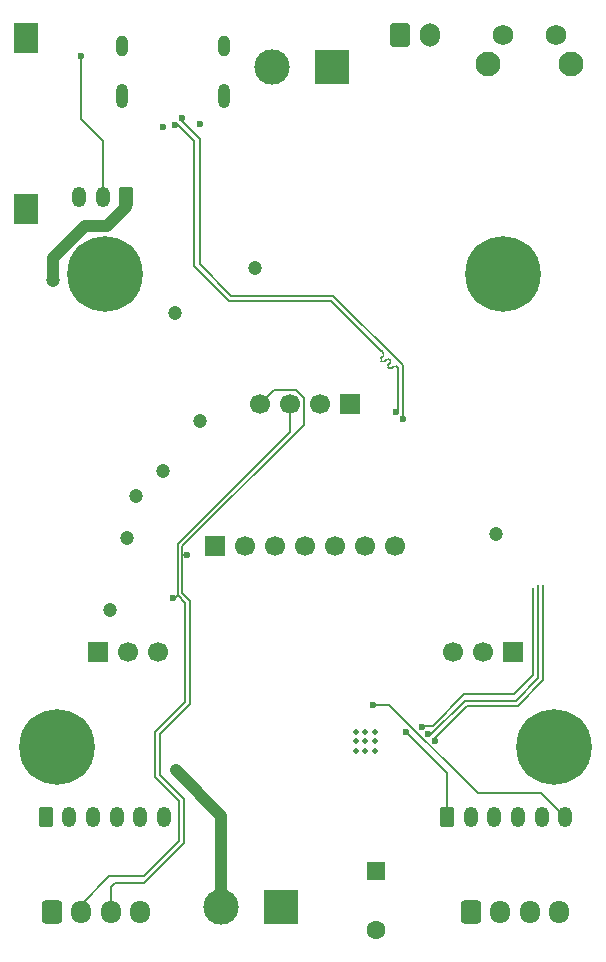
<source format=gbr>
%TF.GenerationSoftware,KiCad,Pcbnew,9.0.4*%
%TF.CreationDate,2025-08-24T10:42:23+02:00*%
%TF.ProjectId,pami_2026,70616d69-5f32-4303-9236-2e6b69636164,rev?*%
%TF.SameCoordinates,Original*%
%TF.FileFunction,Copper,L3,Inr*%
%TF.FilePolarity,Positive*%
%FSLAX46Y46*%
G04 Gerber Fmt 4.6, Leading zero omitted, Abs format (unit mm)*
G04 Created by KiCad (PCBNEW 9.0.4) date 2025-08-24 10:42:23*
%MOMM*%
%LPD*%
G01*
G04 APERTURE LIST*
G04 Aperture macros list*
%AMRoundRect*
0 Rectangle with rounded corners*
0 $1 Rounding radius*
0 $2 $3 $4 $5 $6 $7 $8 $9 X,Y pos of 4 corners*
0 Add a 4 corners polygon primitive as box body*
4,1,4,$2,$3,$4,$5,$6,$7,$8,$9,$2,$3,0*
0 Add four circle primitives for the rounded corners*
1,1,$1+$1,$2,$3*
1,1,$1+$1,$4,$5*
1,1,$1+$1,$6,$7*
1,1,$1+$1,$8,$9*
0 Add four rect primitives between the rounded corners*
20,1,$1+$1,$2,$3,$4,$5,0*
20,1,$1+$1,$4,$5,$6,$7,0*
20,1,$1+$1,$6,$7,$8,$9,0*
20,1,$1+$1,$8,$9,$2,$3,0*%
G04 Aperture macros list end*
%TA.AperFunction,ComponentPad*%
%ADD10O,1.200000X1.750000*%
%TD*%
%TA.AperFunction,ComponentPad*%
%ADD11RoundRect,0.250000X-0.350000X-0.625000X0.350000X-0.625000X0.350000X0.625000X-0.350000X0.625000X0*%
%TD*%
%TA.AperFunction,HeatsinkPad*%
%ADD12O,1.000000X2.100000*%
%TD*%
%TA.AperFunction,HeatsinkPad*%
%ADD13O,1.000000X1.800000*%
%TD*%
%TA.AperFunction,ComponentPad*%
%ADD14C,0.800000*%
%TD*%
%TA.AperFunction,ComponentPad*%
%ADD15C,6.400000*%
%TD*%
%TA.AperFunction,ComponentPad*%
%ADD16RoundRect,0.250000X-0.600000X-0.725000X0.600000X-0.725000X0.600000X0.725000X-0.600000X0.725000X0*%
%TD*%
%TA.AperFunction,ComponentPad*%
%ADD17O,1.700000X1.950000*%
%TD*%
%TA.AperFunction,ComponentPad*%
%ADD18RoundRect,0.250000X0.350000X0.625000X-0.350000X0.625000X-0.350000X-0.625000X0.350000X-0.625000X0*%
%TD*%
%TA.AperFunction,ComponentPad*%
%ADD19R,3.000000X3.000000*%
%TD*%
%TA.AperFunction,ComponentPad*%
%ADD20C,3.000000*%
%TD*%
%TA.AperFunction,ComponentPad*%
%ADD21RoundRect,0.250000X-0.600000X-0.750000X0.600000X-0.750000X0.600000X0.750000X-0.600000X0.750000X0*%
%TD*%
%TA.AperFunction,ComponentPad*%
%ADD22O,1.700000X2.000000*%
%TD*%
%TA.AperFunction,ComponentPad*%
%ADD23C,2.100000*%
%TD*%
%TA.AperFunction,ComponentPad*%
%ADD24C,1.750000*%
%TD*%
%TA.AperFunction,ComponentPad*%
%ADD25R,1.700000X1.700000*%
%TD*%
%TA.AperFunction,ComponentPad*%
%ADD26C,1.700000*%
%TD*%
%TA.AperFunction,ComponentPad*%
%ADD27R,2.000000X2.591000*%
%TD*%
%TA.AperFunction,HeatsinkPad*%
%ADD28C,0.500000*%
%TD*%
%TA.AperFunction,ComponentPad*%
%ADD29RoundRect,0.250000X-0.550000X0.550000X-0.550000X-0.550000X0.550000X-0.550000X0.550000X0.550000X0*%
%TD*%
%TA.AperFunction,ComponentPad*%
%ADD30C,1.600000*%
%TD*%
%TA.AperFunction,ViaPad*%
%ADD31C,0.600000*%
%TD*%
%TA.AperFunction,ViaPad*%
%ADD32C,1.200000*%
%TD*%
%TA.AperFunction,Conductor*%
%ADD33C,0.200000*%
%TD*%
%TA.AperFunction,Conductor*%
%ADD34C,1.000000*%
%TD*%
G04 APERTURE END LIST*
D10*
%TO.N,Net-(J11-Pin_6)*%
%TO.C,J11*%
X201000000Y-94000000D03*
%TO.N,+3.3V*%
X199000000Y-94000000D03*
%TO.N,motor_enc_a-*%
X197000000Y-94000000D03*
%TO.N,motor_enc_a+*%
X195000000Y-94000000D03*
%TO.N,GND*%
X193000000Y-94000000D03*
D11*
%TO.N,Net-(J11-Pin_1)*%
X191000000Y-94000000D03*
%TD*%
D12*
%TO.N,GND*%
%TO.C,J8*%
X206140000Y-32905000D03*
D13*
X206140000Y-28725000D03*
D12*
X197500000Y-32905000D03*
D13*
X197500000Y-28725000D03*
%TD*%
D10*
%TO.N,Net-(J12-Pin_6)*%
%TO.C,J12*%
X235000000Y-94000000D03*
%TO.N,+3.3V*%
X233000000Y-94000000D03*
%TO.N,motor_enc_b-*%
X231000000Y-94000000D03*
%TO.N,motor_enc_b+*%
X229000000Y-94000000D03*
%TO.N,GND*%
X227000000Y-94000000D03*
D11*
%TO.N,Net-(J12-Pin_1)*%
X225000000Y-94000000D03*
%TD*%
D14*
%TO.N,N/C*%
%TO.C,H2*%
X227297056Y-48000000D03*
X228000000Y-46302944D03*
X228000000Y-49697056D03*
X229697056Y-45600000D03*
D15*
X229697056Y-48000000D03*
D14*
X229697056Y-50400000D03*
X231394112Y-46302944D03*
X231394112Y-49697056D03*
X232097056Y-48000000D03*
%TD*%
D16*
%TO.N,+3.3V*%
%TO.C,J9*%
X191500000Y-102000000D03*
D17*
%TO.N,I2C_scl*%
X194000000Y-102000000D03*
%TO.N,I2C_sda*%
X196500000Y-102000000D03*
%TO.N,GND*%
X199000000Y-102000000D03*
%TD*%
D18*
%TO.N,+5V*%
%TO.C,J7*%
X197834000Y-41444000D03*
D10*
%TO.N,Net-(D8-DOUT)*%
X195834000Y-41444000D03*
%TO.N,GND*%
X193834000Y-41444000D03*
%TD*%
D19*
%TO.N,Net-(J4-Pin_1)*%
%TO.C,J4*%
X210947000Y-101600000D03*
D20*
%TO.N,Net-(J4-Pin_2)*%
X205867000Y-101600000D03*
%TD*%
D14*
%TO.N,N/C*%
%TO.C,H4*%
X231600000Y-88000000D03*
X232302944Y-86302944D03*
X232302944Y-89697056D03*
X234000000Y-85600000D03*
D15*
X234000000Y-88000000D03*
D14*
X234000000Y-90400000D03*
X235697056Y-86302944D03*
X235697056Y-89697056D03*
X236400000Y-88000000D03*
%TD*%
D21*
%TO.N,sw_team*%
%TO.C,SW2*%
X221000000Y-27712500D03*
D22*
%TO.N,GND*%
X223500000Y-27712500D03*
%TD*%
D23*
%TO.N,*%
%TO.C,SW1*%
X228475000Y-30202500D03*
X235485000Y-30202500D03*
D24*
%TO.N,GND*%
X229725000Y-27712500D03*
%TO.N,Net-(U2-EN)*%
X234225000Y-27712500D03*
%TD*%
D25*
%TO.N,Net-(J1-Pin_1)*%
%TO.C,J1*%
X216810000Y-59000000D03*
D26*
%TO.N,+3.3V*%
X214270000Y-59000000D03*
%TO.N,I2C_scl*%
X211730000Y-59000000D03*
%TO.N,I2C_sda*%
X209190000Y-59000000D03*
%TD*%
D25*
%TO.N,GND*%
%TO.C,J14*%
X230540000Y-80000000D03*
D26*
%TO.N,+5V*%
X228000000Y-80000000D03*
%TO.N,SERVO2*%
X225460000Y-80000000D03*
%TD*%
D14*
%TO.N,N/C*%
%TO.C,H1*%
X193600000Y-48000000D03*
X194302944Y-46302944D03*
X194302944Y-49697056D03*
X196000000Y-45600000D03*
D15*
X196000000Y-48000000D03*
D14*
X196000000Y-50400000D03*
X197697056Y-46302944D03*
X197697056Y-49697056D03*
X198400000Y-48000000D03*
%TD*%
D25*
%TO.N,tft_rst*%
%TO.C,J10*%
X205380000Y-71000000D03*
D26*
%TO.N,tft_cs*%
X207920000Y-71000000D03*
%TO.N,tft_dc*%
X210460000Y-71000000D03*
%TO.N,tft_scl*%
X213000000Y-71000000D03*
X215540000Y-71000000D03*
%TO.N,Net-(J1-Pin_1)*%
X218080000Y-71000000D03*
%TO.N,+3.3V*%
X220620000Y-71000000D03*
%TD*%
D16*
%TO.N,RX_lidar*%
%TO.C,J3*%
X227000000Y-102000000D03*
D17*
%TO.N,TX_lidar*%
X229500000Y-102000000D03*
%TO.N,+3.3V*%
X232000000Y-102000000D03*
%TO.N,GND*%
X234500000Y-102000000D03*
%TD*%
D27*
%TO.N,GND*%
%TO.C,SW4*%
X189357000Y-28000000D03*
%TO.N,sw_tirette*%
X189357000Y-42503500D03*
%TD*%
D25*
%TO.N,GND*%
%TO.C,J2*%
X195460000Y-80000000D03*
D26*
%TO.N,+5V*%
X198000000Y-80000000D03*
%TO.N,SERVO1*%
X200540000Y-80000000D03*
%TD*%
D14*
%TO.N,N/C*%
%TO.C,H3*%
X189600000Y-88000000D03*
X190302944Y-86302944D03*
X190302944Y-89697056D03*
X192000000Y-85600000D03*
D15*
X192000000Y-88000000D03*
D14*
X192000000Y-90400000D03*
X193697056Y-86302944D03*
X193697056Y-89697056D03*
X194400000Y-88000000D03*
%TD*%
D28*
%TO.N,GND*%
%TO.C,U1*%
X218859000Y-86741000D03*
X218059000Y-86741000D03*
X217259000Y-86741000D03*
X218859000Y-87541000D03*
X218059000Y-87541000D03*
X217259000Y-87541000D03*
X218859000Y-88341000D03*
X218059000Y-88341000D03*
X217259000Y-88341000D03*
%TD*%
D29*
%TO.N,+BATT*%
%TO.C,C18*%
X219000000Y-98500000D03*
D30*
%TO.N,GND*%
X219000000Y-103500000D03*
%TD*%
D19*
%TO.N,Net-(SW3-A)*%
%TO.C,SW3*%
X215265000Y-30500000D03*
D20*
%TO.N,Net-(J4-Pin_1)*%
X210185000Y-30500000D03*
%TD*%
D31*
%TO.N,Net-(J8-CC1)*%
X204089000Y-35306000D03*
%TO.N,Net-(J8-CC2)*%
X200914000Y-35560000D03*
D32*
%TO.N,+BATT*%
X201930000Y-51308000D03*
X208747879Y-47513940D03*
D31*
%TO.N,I2C_sda*%
X202946000Y-71755000D03*
%TO.N,I2C_scl*%
X201803000Y-75438000D03*
D32*
%TO.N,+3.3V*%
X197919000Y-70358000D03*
%TO.N,+BATT*%
X204089000Y-60452000D03*
%TO.N,+5V*%
X200914000Y-64643000D03*
X196469000Y-76454000D03*
%TO.N,+3.3V*%
X229108000Y-69977000D03*
%TO.N,+5V*%
X191643000Y-48514000D03*
D31*
%TO.N,motor_b-*%
X223976642Y-87492112D03*
%TO.N,motor_b+*%
X223410954Y-86926426D03*
%TO.N,motor_fault*%
X222866599Y-86340183D03*
%TO.N,Net-(J12-Pin_6)*%
X218694000Y-84455000D03*
%TO.N,Net-(J12-Pin_1)*%
X221488000Y-86741000D03*
D32*
%TO.N,+BATT*%
X198628000Y-66802000D03*
D31*
%TO.N,usb_d-*%
X202557411Y-34767728D03*
%TO.N,usb_d+*%
X201956369Y-35368770D03*
%TO.N,usb_d-*%
X221280521Y-60244521D03*
%TO.N,usb_d+*%
X220679479Y-59643479D03*
%TO.N,Net-(J4-Pin_2)*%
X202000000Y-90000000D03*
%TO.N,Net-(D8-DOUT)*%
X194000000Y-29500000D03*
%TD*%
D33*
%TO.N,I2C_sda*%
X202585000Y-71755000D02*
X202585000Y-71032100D01*
X202585000Y-71755000D02*
X202946000Y-71755000D01*
%TO.N,I2C_scl*%
X201930000Y-75438000D02*
X201803000Y-75438000D01*
X202184000Y-75184000D02*
X201930000Y-75438000D01*
D34*
%TO.N,Net-(J4-Pin_2)*%
X202000000Y-90000000D02*
X205867000Y-93867000D01*
X205867000Y-93867000D02*
X205867000Y-101600000D01*
%TO.N,+5V*%
X191643000Y-46628020D02*
X191643000Y-48514000D01*
X194322020Y-43949000D02*
X191643000Y-46628020D01*
X196204000Y-43949000D02*
X194322020Y-43949000D01*
X197834000Y-42319000D02*
X196204000Y-43949000D01*
X197834000Y-41444000D02*
X197834000Y-42319000D01*
D33*
%TO.N,usb_d+*%
X220466011Y-55789141D02*
X220294890Y-55960259D01*
X220830520Y-55921718D02*
X220697943Y-55789141D01*
X219886183Y-55209313D02*
X219715062Y-55380431D01*
X219483132Y-55380432D02*
X219425149Y-55322449D01*
X220062960Y-55960260D02*
X220004977Y-55902277D01*
X220004977Y-55902277D02*
G75*
G02*
X220004965Y-55670334I115923J115977D01*
G01*
X220830520Y-59492438D02*
X220830520Y-55921718D01*
X220679479Y-59643479D02*
X220830520Y-59492438D01*
X219596267Y-54687466D02*
X219538287Y-54629485D01*
X219296901Y-54388099D02*
X215171802Y-50263000D01*
X203581000Y-47308198D02*
X203581000Y-36710558D01*
X215171802Y-50263000D02*
X206535802Y-50263000D01*
X206535802Y-50263000D02*
X203581000Y-47308198D01*
X203581000Y-36710558D02*
X202239212Y-35368770D01*
X219715062Y-55380431D02*
G75*
G02*
X219483136Y-55380429I-115962J115931D01*
G01*
X219596268Y-54919398D02*
G75*
G03*
X219596300Y-54687434I-115968J115998D01*
G01*
X220118115Y-55209313D02*
G75*
G03*
X219886183Y-55209313I-115966J-115962D01*
G01*
X220697943Y-55789141D02*
G75*
G03*
X220466011Y-55789141I-115966J-115962D01*
G01*
X220176096Y-55499226D02*
G75*
G03*
X220176056Y-55267333I-115996J115926D01*
G01*
X219425149Y-55322449D02*
G75*
G02*
X219425165Y-55090535I115951J115949D01*
G01*
X220294890Y-55960259D02*
G75*
G02*
X220062936Y-55960285I-115990J115959D01*
G01*
X220004976Y-55670345D02*
X220176096Y-55499226D01*
X220176095Y-55267294D02*
X220118115Y-55209313D01*
X219425148Y-55090517D02*
X219596268Y-54919398D01*
X219538287Y-54629485D02*
X219296901Y-54388099D01*
X202239212Y-35368770D02*
X201956369Y-35368770D01*
%TO.N,motor_fault*%
X230632000Y-83566000D02*
X232292000Y-81906000D01*
X222866599Y-86340183D02*
X222973782Y-86233000D01*
X222973782Y-86233000D02*
X223774000Y-86233000D01*
X223774000Y-86233000D02*
X226441000Y-83566000D01*
X226441000Y-83566000D02*
X230632000Y-83566000D01*
X232292000Y-81906000D02*
X232292000Y-74549000D01*
%TO.N,motor_b+*%
X226481869Y-84103000D02*
X230792802Y-84103000D01*
X223410954Y-86926426D02*
X223658443Y-86926426D01*
X223658443Y-86926426D02*
X226481869Y-84103000D01*
X230792802Y-84103000D02*
X232693000Y-82202802D01*
X232693000Y-82202802D02*
X232693000Y-74295000D01*
%TO.N,motor_b-*%
X223976642Y-87244625D02*
X226668267Y-84553000D01*
X230979198Y-84553000D02*
X233143000Y-82389198D01*
X233143000Y-82389198D02*
X233143000Y-74295000D01*
X226668267Y-84553000D02*
X230979198Y-84553000D01*
X223976642Y-87492112D02*
X223976642Y-87244625D01*
%TO.N,Net-(J12-Pin_6)*%
X218694000Y-84455000D02*
X220091000Y-84455000D01*
X220091000Y-84455000D02*
X227584000Y-91948000D01*
X227584000Y-91948000D02*
X232948000Y-91948000D01*
X232948000Y-91948000D02*
X235000000Y-94000000D01*
%TO.N,Net-(J12-Pin_1)*%
X225000000Y-90253000D02*
X221488000Y-86741000D01*
X225000000Y-94000000D02*
X225000000Y-90253000D01*
%TO.N,Net-(D8-DOUT)*%
X194000000Y-29500000D02*
X194000000Y-34869000D01*
X194000000Y-34869000D02*
X195834000Y-36703000D01*
X195834000Y-36703000D02*
X195834000Y-41444000D01*
%TO.N,usb_d-*%
X221280521Y-60244521D02*
X221280521Y-55735323D01*
X221280521Y-55735323D02*
X215358198Y-49813000D01*
X204089000Y-36582160D02*
X202557411Y-35050571D01*
X215358198Y-49813000D02*
X206722198Y-49813000D01*
X206722198Y-49813000D02*
X204089000Y-47179802D01*
X204089000Y-47179802D02*
X204089000Y-36582160D01*
X202557411Y-35050571D02*
X202557411Y-34767728D01*
%TO.N,I2C_sda*%
X196500000Y-102000000D02*
X196500000Y-99918000D01*
X202712000Y-92416900D02*
X200680000Y-90384900D01*
X196500000Y-99918000D02*
X196850000Y-99568000D01*
X199338618Y-99568000D02*
X202712000Y-96194618D01*
X196850000Y-99568000D02*
X199338618Y-99568000D01*
X202712000Y-96194618D02*
X202712000Y-92416900D01*
X200680000Y-90384900D02*
X200680000Y-86907100D01*
X200680000Y-86907100D02*
X203220000Y-84367100D01*
X203220000Y-84367100D02*
X203220000Y-75652900D01*
X203220000Y-75652900D02*
X202585000Y-75017900D01*
X212881000Y-60736100D02*
X212881000Y-58523240D01*
X202585000Y-75017900D02*
X202585000Y-71755000D01*
X202585000Y-71032100D02*
X212881000Y-60736100D01*
X212881000Y-58523240D02*
X212206760Y-57849000D01*
X212206760Y-57849000D02*
X210341000Y-57849000D01*
X210341000Y-57849000D02*
X209190000Y-59000000D01*
%TO.N,I2C_scl*%
X202184000Y-75184000D02*
X202184000Y-70866000D01*
X202184000Y-70866000D02*
X211709000Y-61341000D01*
X211709000Y-61341000D02*
X211709000Y-59021000D01*
X202819000Y-75819000D02*
X202184000Y-75184000D01*
X200279000Y-86741000D02*
X202819000Y-84201000D01*
X194000000Y-101402000D02*
X196402000Y-99000000D01*
X211709000Y-59021000D02*
X211730000Y-59000000D01*
X202311000Y-92583000D02*
X200279000Y-90551000D01*
X202311000Y-96028518D02*
X202311000Y-92583000D01*
X199339518Y-99000000D02*
X202311000Y-96028518D01*
X196402000Y-99000000D02*
X199339518Y-99000000D01*
X202819000Y-84201000D02*
X202819000Y-75819000D01*
X200279000Y-90551000D02*
X200279000Y-86741000D01*
X194000000Y-102000000D02*
X194000000Y-101402000D01*
%TD*%
M02*

</source>
